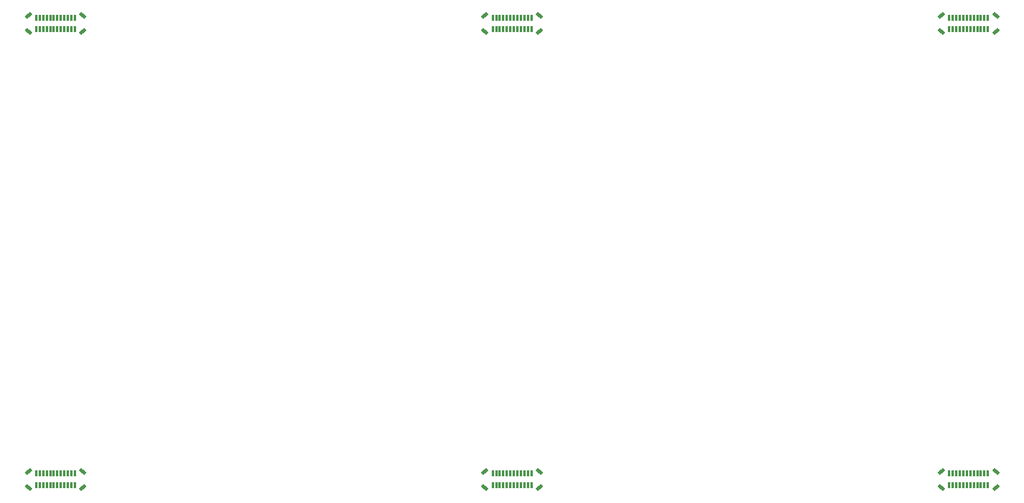
<source format=gbr>
%TF.GenerationSoftware,Altium Limited,Altium Designer,22.5.1 (42)*%
G04 Layer_Color=8421504*
%FSLAX26Y26*%
%MOIN*%
%TF.SameCoordinates,0DA79311-8CAD-460E-879A-7D23F4F2BAF0*%
%TF.FilePolarity,Positive*%
%TF.FileFunction,Paste,Top*%
%TF.Part,Single*%
G01*
G75*
%TA.AperFunction,SMDPad,CuDef*%
G04:AMPARAMS|DCode=11|XSize=19.685mil|YSize=40.551mil|CornerRadius=0mil|HoleSize=0mil|Usage=FLASHONLY|Rotation=50.000|XOffset=0mil|YOffset=0mil|HoleType=Round|Shape=Rectangle|*
%AMROTATEDRECTD11*
4,1,4,0.009205,-0.020573,-0.021859,0.005493,-0.009205,0.020573,0.021859,-0.005493,0.009205,-0.020573,0.0*
%
%ADD11ROTATEDRECTD11*%

G04:AMPARAMS|DCode=12|XSize=19.685mil|YSize=40.551mil|CornerRadius=0mil|HoleSize=0mil|Usage=FLASHONLY|Rotation=310.000|XOffset=0mil|YOffset=0mil|HoleType=Round|Shape=Rectangle|*
%AMROTATEDRECTD12*
4,1,4,-0.021859,-0.005493,0.009205,0.020573,0.021859,0.005493,-0.009205,-0.020573,-0.021859,-0.005493,0.0*
%
%ADD12ROTATEDRECTD12*%

%ADD13R,0.011811X0.033465*%
D11*
X1422047Y4089173D02*
D03*
X1727559Y4178543D02*
D03*
X4286614D02*
D03*
X3981102Y4089173D02*
D03*
X1727559Y6737598D02*
D03*
X1422047Y6648228D02*
D03*
X4286614Y6737598D02*
D03*
X3981102Y6648228D02*
D03*
X6845669Y6737598D02*
D03*
X6540158Y6648228D02*
D03*
X6845669Y4178543D02*
D03*
X6540158Y4089173D02*
D03*
D12*
X1422047Y4178543D02*
D03*
X1727559Y4089173D02*
D03*
X4286614D02*
D03*
X3981102Y4178543D02*
D03*
X1727559Y6648228D02*
D03*
X1422047Y6737598D02*
D03*
X4286614Y6648228D02*
D03*
X3981102Y6737598D02*
D03*
X6845669Y6648228D02*
D03*
X6540158Y6737598D02*
D03*
X6845669Y4089173D02*
D03*
X6540158Y4178543D02*
D03*
D13*
X1466535Y4101181D02*
D03*
X1486220D02*
D03*
X1505906D02*
D03*
X1525591D02*
D03*
X1545275D02*
D03*
X1564961D02*
D03*
X1584646D02*
D03*
X1604331D02*
D03*
X1624016D02*
D03*
X1643701D02*
D03*
X1663386D02*
D03*
X1683071D02*
D03*
Y4166535D02*
D03*
X1663386D02*
D03*
X1643701D02*
D03*
X1624016D02*
D03*
X1604331D02*
D03*
X1584646D02*
D03*
X1564961D02*
D03*
X1545275D02*
D03*
X1525591D02*
D03*
X1505906D02*
D03*
X1486220D02*
D03*
X1466535D02*
D03*
X4025591D02*
D03*
X4045276D02*
D03*
X4064961D02*
D03*
X4084646D02*
D03*
X4104331D02*
D03*
X4124016D02*
D03*
X4143701D02*
D03*
X4163386D02*
D03*
X4183071D02*
D03*
X4202756D02*
D03*
X4222441D02*
D03*
X4242126D02*
D03*
Y4101181D02*
D03*
X4222441D02*
D03*
X4202756D02*
D03*
X4183071D02*
D03*
X4163386D02*
D03*
X4143701D02*
D03*
X4124016D02*
D03*
X4104331D02*
D03*
X4084646D02*
D03*
X4064961D02*
D03*
X4045276D02*
D03*
X4025591D02*
D03*
X1466535Y6725591D02*
D03*
X1486220D02*
D03*
X1505906D02*
D03*
X1525591D02*
D03*
X1545275D02*
D03*
X1564961D02*
D03*
X1584646D02*
D03*
X1604331D02*
D03*
X1624016D02*
D03*
X1643701D02*
D03*
X1663386D02*
D03*
X1683071D02*
D03*
Y6660236D02*
D03*
X1663386D02*
D03*
X1643701D02*
D03*
X1624016D02*
D03*
X1604331D02*
D03*
X1584646D02*
D03*
X1564961D02*
D03*
X1545275D02*
D03*
X1525591D02*
D03*
X1505906D02*
D03*
X1486220D02*
D03*
X1466535D02*
D03*
X4025591Y6725591D02*
D03*
X4045276D02*
D03*
X4064961D02*
D03*
X4084646D02*
D03*
X4104331D02*
D03*
X4124016D02*
D03*
X4143701D02*
D03*
X4163386D02*
D03*
X4183071D02*
D03*
X4202756D02*
D03*
X4222441D02*
D03*
X4242126D02*
D03*
Y6660236D02*
D03*
X4222441D02*
D03*
X4202756D02*
D03*
X4183071D02*
D03*
X4163386D02*
D03*
X4143701D02*
D03*
X4124016D02*
D03*
X4104331D02*
D03*
X4084646D02*
D03*
X4064961D02*
D03*
X4045276D02*
D03*
X4025591D02*
D03*
X6584646Y6725591D02*
D03*
X6604331D02*
D03*
X6624016D02*
D03*
X6643701D02*
D03*
X6663386D02*
D03*
X6683071D02*
D03*
X6702756D02*
D03*
X6722441D02*
D03*
X6742126D02*
D03*
X6761811D02*
D03*
X6781496D02*
D03*
X6801181D02*
D03*
Y6660236D02*
D03*
X6781496D02*
D03*
X6761811D02*
D03*
X6742126D02*
D03*
X6722441D02*
D03*
X6702756D02*
D03*
X6683071D02*
D03*
X6663386D02*
D03*
X6643701D02*
D03*
X6624016D02*
D03*
X6604331D02*
D03*
X6584646D02*
D03*
Y4166535D02*
D03*
X6604331D02*
D03*
X6624016D02*
D03*
X6643701D02*
D03*
X6663386D02*
D03*
X6683071D02*
D03*
X6702756D02*
D03*
X6722441D02*
D03*
X6742126D02*
D03*
X6761811D02*
D03*
X6781496D02*
D03*
X6801181D02*
D03*
Y4101181D02*
D03*
X6781496D02*
D03*
X6761811D02*
D03*
X6742126D02*
D03*
X6722441D02*
D03*
X6702756D02*
D03*
X6683071D02*
D03*
X6663386D02*
D03*
X6643701D02*
D03*
X6624016D02*
D03*
X6604331D02*
D03*
X6584646D02*
D03*
%TF.MD5,8aa5475857ed4f5410c5e01d90399318*%
M02*

</source>
